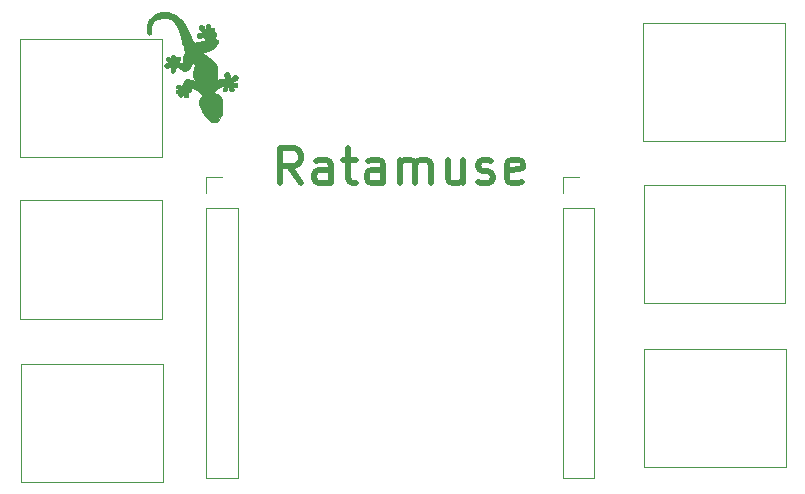
<source format=gbr>
%TF.GenerationSoftware,KiCad,Pcbnew,7.0.2*%
%TF.CreationDate,2024-03-21T19:14:15+01:00*%
%TF.ProjectId,Support_TTGO,53757070-6f72-4745-9f54-54474f2e6b69,rev?*%
%TF.SameCoordinates,Original*%
%TF.FileFunction,Legend,Top*%
%TF.FilePolarity,Positive*%
%FSLAX46Y46*%
G04 Gerber Fmt 4.6, Leading zero omitted, Abs format (unit mm)*
G04 Created by KiCad (PCBNEW 7.0.2) date 2024-03-21 19:14:15*
%MOMM*%
%LPD*%
G01*
G04 APERTURE LIST*
%ADD10C,0.500000*%
%ADD11C,0.010000*%
%ADD12C,0.100000*%
%ADD13C,0.120000*%
G04 APERTURE END LIST*
D10*
X131968571Y-82692857D02*
X130968571Y-81264285D01*
X130254285Y-82692857D02*
X130254285Y-79692857D01*
X130254285Y-79692857D02*
X131397142Y-79692857D01*
X131397142Y-79692857D02*
X131682857Y-79835714D01*
X131682857Y-79835714D02*
X131825714Y-79978571D01*
X131825714Y-79978571D02*
X131968571Y-80264285D01*
X131968571Y-80264285D02*
X131968571Y-80692857D01*
X131968571Y-80692857D02*
X131825714Y-80978571D01*
X131825714Y-80978571D02*
X131682857Y-81121428D01*
X131682857Y-81121428D02*
X131397142Y-81264285D01*
X131397142Y-81264285D02*
X130254285Y-81264285D01*
X134540000Y-82692857D02*
X134540000Y-81121428D01*
X134540000Y-81121428D02*
X134397142Y-80835714D01*
X134397142Y-80835714D02*
X134111428Y-80692857D01*
X134111428Y-80692857D02*
X133540000Y-80692857D01*
X133540000Y-80692857D02*
X133254285Y-80835714D01*
X134540000Y-82550000D02*
X134254285Y-82692857D01*
X134254285Y-82692857D02*
X133540000Y-82692857D01*
X133540000Y-82692857D02*
X133254285Y-82550000D01*
X133254285Y-82550000D02*
X133111428Y-82264285D01*
X133111428Y-82264285D02*
X133111428Y-81978571D01*
X133111428Y-81978571D02*
X133254285Y-81692857D01*
X133254285Y-81692857D02*
X133540000Y-81550000D01*
X133540000Y-81550000D02*
X134254285Y-81550000D01*
X134254285Y-81550000D02*
X134540000Y-81407142D01*
X135540000Y-80692857D02*
X136682857Y-80692857D01*
X135968571Y-79692857D02*
X135968571Y-82264285D01*
X135968571Y-82264285D02*
X136111428Y-82550000D01*
X136111428Y-82550000D02*
X136397143Y-82692857D01*
X136397143Y-82692857D02*
X136682857Y-82692857D01*
X138968572Y-82692857D02*
X138968572Y-81121428D01*
X138968572Y-81121428D02*
X138825714Y-80835714D01*
X138825714Y-80835714D02*
X138540000Y-80692857D01*
X138540000Y-80692857D02*
X137968572Y-80692857D01*
X137968572Y-80692857D02*
X137682857Y-80835714D01*
X138968572Y-82550000D02*
X138682857Y-82692857D01*
X138682857Y-82692857D02*
X137968572Y-82692857D01*
X137968572Y-82692857D02*
X137682857Y-82550000D01*
X137682857Y-82550000D02*
X137540000Y-82264285D01*
X137540000Y-82264285D02*
X137540000Y-81978571D01*
X137540000Y-81978571D02*
X137682857Y-81692857D01*
X137682857Y-81692857D02*
X137968572Y-81550000D01*
X137968572Y-81550000D02*
X138682857Y-81550000D01*
X138682857Y-81550000D02*
X138968572Y-81407142D01*
X140397143Y-82692857D02*
X140397143Y-80692857D01*
X140397143Y-80978571D02*
X140540000Y-80835714D01*
X140540000Y-80835714D02*
X140825715Y-80692857D01*
X140825715Y-80692857D02*
X141254286Y-80692857D01*
X141254286Y-80692857D02*
X141540000Y-80835714D01*
X141540000Y-80835714D02*
X141682858Y-81121428D01*
X141682858Y-81121428D02*
X141682858Y-82692857D01*
X141682858Y-81121428D02*
X141825715Y-80835714D01*
X141825715Y-80835714D02*
X142111429Y-80692857D01*
X142111429Y-80692857D02*
X142540000Y-80692857D01*
X142540000Y-80692857D02*
X142825715Y-80835714D01*
X142825715Y-80835714D02*
X142968572Y-81121428D01*
X142968572Y-81121428D02*
X142968572Y-82692857D01*
X145682858Y-80692857D02*
X145682858Y-82692857D01*
X144397143Y-80692857D02*
X144397143Y-82264285D01*
X144397143Y-82264285D02*
X144540000Y-82550000D01*
X144540000Y-82550000D02*
X144825715Y-82692857D01*
X144825715Y-82692857D02*
X145254286Y-82692857D01*
X145254286Y-82692857D02*
X145540000Y-82550000D01*
X145540000Y-82550000D02*
X145682858Y-82407142D01*
X146968572Y-82550000D02*
X147254286Y-82692857D01*
X147254286Y-82692857D02*
X147825715Y-82692857D01*
X147825715Y-82692857D02*
X148111429Y-82550000D01*
X148111429Y-82550000D02*
X148254286Y-82264285D01*
X148254286Y-82264285D02*
X148254286Y-82121428D01*
X148254286Y-82121428D02*
X148111429Y-81835714D01*
X148111429Y-81835714D02*
X147825715Y-81692857D01*
X147825715Y-81692857D02*
X147397144Y-81692857D01*
X147397144Y-81692857D02*
X147111429Y-81550000D01*
X147111429Y-81550000D02*
X146968572Y-81264285D01*
X146968572Y-81264285D02*
X146968572Y-81121428D01*
X146968572Y-81121428D02*
X147111429Y-80835714D01*
X147111429Y-80835714D02*
X147397144Y-80692857D01*
X147397144Y-80692857D02*
X147825715Y-80692857D01*
X147825715Y-80692857D02*
X148111429Y-80835714D01*
X150682857Y-82550000D02*
X150397143Y-82692857D01*
X150397143Y-82692857D02*
X149825715Y-82692857D01*
X149825715Y-82692857D02*
X149540000Y-82550000D01*
X149540000Y-82550000D02*
X149397143Y-82264285D01*
X149397143Y-82264285D02*
X149397143Y-81121428D01*
X149397143Y-81121428D02*
X149540000Y-80835714D01*
X149540000Y-80835714D02*
X149825715Y-80692857D01*
X149825715Y-80692857D02*
X150397143Y-80692857D01*
X150397143Y-80692857D02*
X150682857Y-80835714D01*
X150682857Y-80835714D02*
X150825715Y-81121428D01*
X150825715Y-81121428D02*
X150825715Y-81407142D01*
X150825715Y-81407142D02*
X149397143Y-81692857D01*
%TO.C,G\u002A\u002A\u002A*%
D11*
X120475534Y-68205802D02*
X120587353Y-68206494D01*
X120672578Y-68208291D01*
X120738481Y-68211945D01*
X120792332Y-68218211D01*
X120841403Y-68227842D01*
X120892965Y-68241594D01*
X120931047Y-68253033D01*
X121173861Y-68343451D01*
X121398314Y-68460593D01*
X121608041Y-68606620D01*
X121780961Y-68758463D01*
X121919956Y-68901346D01*
X122031161Y-69034945D01*
X122117814Y-69163544D01*
X122181929Y-69288600D01*
X122212268Y-69356412D01*
X122252522Y-69443854D01*
X122297682Y-69540156D01*
X122342734Y-69634548D01*
X122347394Y-69644200D01*
X122390359Y-69733508D01*
X122432425Y-69821720D01*
X122469220Y-69899622D01*
X122496373Y-69957996D01*
X122499997Y-69965933D01*
X122579523Y-70140149D01*
X122647046Y-70286167D01*
X122704033Y-70406856D01*
X122751955Y-70505091D01*
X122792279Y-70583743D01*
X122826474Y-70645684D01*
X122856010Y-70693786D01*
X122882355Y-70730922D01*
X122904990Y-70757818D01*
X122981667Y-70841162D01*
X123049400Y-70815558D01*
X123157197Y-70777595D01*
X123276521Y-70740188D01*
X123397886Y-70705934D01*
X123511808Y-70677434D01*
X123608801Y-70657285D01*
X123650776Y-70650794D01*
X123748350Y-70638269D01*
X123817230Y-70628750D01*
X123862349Y-70621236D01*
X123888642Y-70614725D01*
X123901043Y-70608217D01*
X123904485Y-70600707D01*
X123904534Y-70599274D01*
X123895186Y-70576742D01*
X123870432Y-70535423D01*
X123835207Y-70482219D01*
X123794446Y-70424034D01*
X123753084Y-70367772D01*
X123716056Y-70320335D01*
X123688296Y-70288628D01*
X123675726Y-70279199D01*
X123654315Y-70291697D01*
X123625067Y-70322633D01*
X123618194Y-70331556D01*
X123555380Y-70388957D01*
X123471796Y-70423008D01*
X123395086Y-70431600D01*
X123347187Y-70427170D01*
X123308459Y-70409418D01*
X123264888Y-70371644D01*
X123260480Y-70367263D01*
X123204374Y-70291805D01*
X123179870Y-70207403D01*
X123185893Y-70110216D01*
X123186971Y-70104981D01*
X123212915Y-70038961D01*
X123260190Y-69993285D01*
X123331762Y-69966186D01*
X123430593Y-69955895D01*
X123437138Y-69955778D01*
X123504103Y-69953289D01*
X123562842Y-69948409D01*
X123599734Y-69942384D01*
X123636766Y-69920549D01*
X123647083Y-69886792D01*
X123633240Y-69846226D01*
X123597791Y-69803964D01*
X123543292Y-69765119D01*
X123501099Y-69745010D01*
X123440389Y-69705990D01*
X123387909Y-69646436D01*
X123353084Y-69578562D01*
X123344922Y-69542600D01*
X123351339Y-69466193D01*
X123382606Y-69395238D01*
X123416949Y-69356001D01*
X123479268Y-69323611D01*
X123556080Y-69312578D01*
X123635331Y-69323228D01*
X123693900Y-69348505D01*
X123738842Y-69389398D01*
X123780027Y-69448499D01*
X123809618Y-69512409D01*
X123819867Y-69563919D01*
X123834929Y-69602956D01*
X123872716Y-69635136D01*
X123922128Y-69651891D01*
X123934843Y-69652666D01*
X123963778Y-69646391D01*
X123966223Y-69623996D01*
X123965949Y-69623033D01*
X123940149Y-69523201D01*
X123928889Y-69446483D01*
X123932231Y-69385375D01*
X123950235Y-69332376D01*
X123968536Y-69300682D01*
X124020294Y-69249615D01*
X124086533Y-69223193D01*
X124157959Y-69221944D01*
X124225278Y-69246394D01*
X124268965Y-69283655D01*
X124300351Y-69335810D01*
X124310816Y-69399580D01*
X124310934Y-69409273D01*
X124305059Y-69466234D01*
X124289969Y-69520963D01*
X124269468Y-69563602D01*
X124247359Y-69584295D01*
X124243156Y-69584933D01*
X124223169Y-69597691D01*
X124200054Y-69626131D01*
X124182749Y-69664698D01*
X124190191Y-69699247D01*
X124191793Y-69702331D01*
X124213943Y-69731427D01*
X124235546Y-69730679D01*
X124259316Y-69698803D01*
X124276599Y-69662224D01*
X124321859Y-69588254D01*
X124381975Y-69544355D01*
X124458335Y-69529522D01*
X124460261Y-69529515D01*
X124543428Y-69543072D01*
X124607221Y-69580588D01*
X124648005Y-69637326D01*
X124662145Y-69708550D01*
X124650411Y-69777210D01*
X124614630Y-69840885D01*
X124552807Y-69889319D01*
X124463334Y-69924542D01*
X124403126Y-69944104D01*
X124371172Y-69961745D01*
X124362281Y-69980885D01*
X124364082Y-69989912D01*
X124381656Y-69993995D01*
X124422112Y-69979781D01*
X124449878Y-69965994D01*
X124543804Y-69930854D01*
X124616652Y-69923600D01*
X124673355Y-69926675D01*
X124712605Y-69940194D01*
X124750579Y-69970591D01*
X124761360Y-69981173D01*
X124799667Y-70026440D01*
X124816314Y-70069564D01*
X124818934Y-70105889D01*
X124803840Y-70180621D01*
X124762218Y-70239884D01*
X124699552Y-70279252D01*
X124621330Y-70294301D01*
X124587489Y-70292587D01*
X124549838Y-70289540D01*
X124541981Y-70293732D01*
X124555277Y-70303390D01*
X124580495Y-70320262D01*
X124626295Y-70352665D01*
X124686103Y-70395894D01*
X124751409Y-70443812D01*
X124833273Y-70506869D01*
X124890242Y-70558484D01*
X124926532Y-70604521D01*
X124946358Y-70650844D01*
X124953938Y-70703314D01*
X124954484Y-70726226D01*
X124938663Y-70821624D01*
X124892724Y-70922521D01*
X124819393Y-71026157D01*
X124721399Y-71129772D01*
X124601466Y-71230607D01*
X124462322Y-71325902D01*
X124306694Y-71412898D01*
X124247961Y-71441280D01*
X124171842Y-71474948D01*
X124099421Y-71504084D01*
X124040794Y-71524766D01*
X124014990Y-71531794D01*
X123944456Y-71547561D01*
X123868246Y-71566634D01*
X123794171Y-71586799D01*
X123730039Y-71605847D01*
X123683662Y-71621565D01*
X123663151Y-71631409D01*
X123661936Y-71649034D01*
X123683893Y-71677777D01*
X123730258Y-71718605D01*
X123802265Y-71772486D01*
X123901153Y-71840387D01*
X124028156Y-71923275D01*
X124071399Y-71950874D01*
X124232992Y-72056515D01*
X124367419Y-72151500D01*
X124478326Y-72239229D01*
X124569358Y-72323106D01*
X124644162Y-72406530D01*
X124706381Y-72492904D01*
X124759663Y-72585629D01*
X124766843Y-72599763D01*
X124807803Y-72689239D01*
X124844894Y-72783976D01*
X124872663Y-72869587D01*
X124879982Y-72898239D01*
X124896956Y-73003042D01*
X124907214Y-73133252D01*
X124910718Y-73281078D01*
X124907430Y-73438726D01*
X124897315Y-73598403D01*
X124883931Y-73725133D01*
X124872768Y-73815910D01*
X124866351Y-73879260D01*
X124864648Y-73921282D01*
X124867626Y-73948078D01*
X124875254Y-73965748D01*
X124882610Y-73975139D01*
X124912214Y-73994480D01*
X124950059Y-73990928D01*
X125000966Y-73963145D01*
X125044973Y-73930159D01*
X125075899Y-73906398D01*
X125102771Y-73891344D01*
X125134132Y-73883267D01*
X125178525Y-73880437D01*
X125244492Y-73881123D01*
X125282285Y-73882085D01*
X125453934Y-73886638D01*
X125598168Y-73759000D01*
X125547218Y-73684485D01*
X125507437Y-73602427D01*
X125495951Y-73520415D01*
X125509852Y-73443832D01*
X125546232Y-73378063D01*
X125602184Y-73328492D01*
X125674801Y-73300503D01*
X125755559Y-73298668D01*
X125810285Y-73314459D01*
X125857159Y-73341409D01*
X125861445Y-73345177D01*
X125901841Y-73401567D01*
X125932282Y-73480331D01*
X125949461Y-73570639D01*
X125951601Y-73640632D01*
X125953318Y-73709246D01*
X125969187Y-73752872D01*
X126003666Y-73778972D01*
X126041330Y-73790826D01*
X126067026Y-73793415D01*
X126090318Y-73784179D01*
X126118083Y-73758062D01*
X126157200Y-73710006D01*
X126164999Y-73699907D01*
X126206755Y-73648456D01*
X126244240Y-73607161D01*
X126270017Y-73584152D01*
X126271870Y-73583059D01*
X126313426Y-73570462D01*
X126374517Y-73562581D01*
X126440951Y-73561055D01*
X126455935Y-73561805D01*
X126504885Y-73579257D01*
X126554926Y-73619255D01*
X126596161Y-73672307D01*
X126615232Y-73714544D01*
X126624673Y-73758011D01*
X126621012Y-73796460D01*
X126602231Y-73845375D01*
X126596616Y-73857492D01*
X126554073Y-73928472D01*
X126500504Y-73976502D01*
X126428484Y-74006346D01*
X126340758Y-74021705D01*
X126251455Y-74037345D01*
X126194492Y-74061309D01*
X126169294Y-74093965D01*
X126172319Y-74128561D01*
X126199892Y-74162456D01*
X126252501Y-74179071D01*
X126332421Y-74179054D01*
X126345840Y-74177769D01*
X126408890Y-74176864D01*
X126460264Y-74192749D01*
X126485754Y-74207045D01*
X126537554Y-74245571D01*
X126566553Y-74288141D01*
X126578549Y-74346004D01*
X126580000Y-74389935D01*
X126568401Y-74465565D01*
X126531526Y-74520068D01*
X126466257Y-74557909D01*
X126461467Y-74559711D01*
X126383164Y-74572535D01*
X126306303Y-74552362D01*
X126229754Y-74498822D01*
X126206926Y-74476455D01*
X126151196Y-74422926D01*
X126113425Y-74397514D01*
X126093084Y-74399958D01*
X126088934Y-74418316D01*
X126102555Y-74440805D01*
X126136823Y-74468674D01*
X126154109Y-74479263D01*
X126220716Y-74535758D01*
X126255709Y-74590866D01*
X126286600Y-74680631D01*
X126286699Y-74758322D01*
X126256223Y-74822792D01*
X126203656Y-74868062D01*
X126128816Y-74896990D01*
X126055729Y-74895069D01*
X125988490Y-74865235D01*
X125931195Y-74810422D01*
X125887939Y-74733568D01*
X125862819Y-74637608D01*
X125860934Y-74622372D01*
X125853164Y-74560531D01*
X125843167Y-74526875D01*
X125825925Y-74515841D01*
X125796419Y-74521863D01*
X125776770Y-74529047D01*
X125753812Y-74540194D01*
X125740788Y-74557404D01*
X125734904Y-74589244D01*
X125733367Y-74644280D01*
X125733334Y-74662230D01*
X125726534Y-74751368D01*
X125703592Y-74816379D01*
X125660691Y-74864679D01*
X125614146Y-74893871D01*
X125539569Y-74916389D01*
X125469793Y-74905977D01*
X125407877Y-74863526D01*
X125376825Y-74824658D01*
X125347207Y-74750900D01*
X125347197Y-74670502D01*
X125375461Y-74590594D01*
X125430667Y-74518303D01*
X125434870Y-74514305D01*
X125462939Y-74479404D01*
X125463738Y-74455699D01*
X125442025Y-74443370D01*
X125402556Y-74442598D01*
X125350085Y-74453563D01*
X125289370Y-74476445D01*
X125232804Y-74506640D01*
X125167644Y-74546460D01*
X125089187Y-74594071D01*
X125013213Y-74639900D01*
X125005200Y-74644712D01*
X124896879Y-74710555D01*
X124814241Y-74762918D01*
X124753290Y-74804628D01*
X124710030Y-74838515D01*
X124680464Y-74867406D01*
X124667498Y-74883712D01*
X124640982Y-74925977D01*
X124636258Y-74957413D01*
X124654144Y-74991452D01*
X124675696Y-75018271D01*
X124727880Y-75060947D01*
X124812972Y-75104431D01*
X124857729Y-75122589D01*
X124966538Y-75172417D01*
X125054816Y-75233114D01*
X125127019Y-75309874D01*
X125187604Y-75407891D01*
X125241025Y-75532360D01*
X125262688Y-75594657D01*
X125309861Y-75784117D01*
X125334646Y-75997793D01*
X125336986Y-76234438D01*
X125316821Y-76492803D01*
X125308145Y-76561466D01*
X125260424Y-76796020D01*
X125181680Y-77031181D01*
X125074080Y-77260828D01*
X125037456Y-77326088D01*
X124997244Y-77389904D01*
X124960755Y-77432569D01*
X124918243Y-77464000D01*
X124883537Y-77482721D01*
X124833330Y-77505092D01*
X124785655Y-77518421D01*
X124728662Y-77524885D01*
X124650505Y-77526661D01*
X124644413Y-77526666D01*
X124567909Y-77525513D01*
X124513045Y-77520302D01*
X124467628Y-77508404D01*
X124419460Y-77487191D01*
X124389504Y-77471726D01*
X124318825Y-77425867D01*
X124234050Y-77357030D01*
X124140270Y-77270149D01*
X124042576Y-77170152D01*
X123946058Y-77061972D01*
X123868826Y-76967372D01*
X123715922Y-76757221D01*
X123588626Y-76552151D01*
X123487727Y-76354066D01*
X123414017Y-76164865D01*
X123368286Y-75986450D01*
X123351324Y-75820723D01*
X123354924Y-75731733D01*
X123370731Y-75635504D01*
X123400344Y-75553938D01*
X123448751Y-75477510D01*
X123520938Y-75396694D01*
X123540329Y-75377551D01*
X123589198Y-75327724D01*
X123626952Y-75284697D01*
X123648000Y-75255055D01*
X123650534Y-75247734D01*
X123636645Y-75214605D01*
X123595791Y-75163979D01*
X123529190Y-75097137D01*
X123438059Y-75015360D01*
X123394559Y-74978374D01*
X123326599Y-74923160D01*
X123255243Y-74868214D01*
X123186248Y-74817627D01*
X123125367Y-74775489D01*
X123078357Y-74745892D01*
X123050973Y-74732924D01*
X123048840Y-74732666D01*
X123031319Y-74726091D01*
X122988346Y-74707929D01*
X122925338Y-74680527D01*
X122847713Y-74646231D01*
X122794764Y-74622600D01*
X122679157Y-74572547D01*
X122588865Y-74538102D01*
X122519546Y-74518516D01*
X122466862Y-74513040D01*
X122426470Y-74520926D01*
X122394030Y-74541426D01*
X122383517Y-74551691D01*
X122346729Y-74590849D01*
X122456941Y-74590850D01*
X122545741Y-74598286D01*
X122609440Y-74622943D01*
X122653911Y-74668339D01*
X122680657Y-74724948D01*
X122695116Y-74786540D01*
X122689031Y-74843467D01*
X122686491Y-74852644D01*
X122658209Y-74907192D01*
X122610270Y-74939947D01*
X122540350Y-74951552D01*
X122446125Y-74942652D01*
X122397502Y-74932668D01*
X122344370Y-74922122D01*
X122314241Y-74922019D01*
X122297780Y-74932742D01*
X122294869Y-74936901D01*
X122279719Y-74983089D01*
X122294103Y-75020364D01*
X122319641Y-75036848D01*
X122381244Y-75073402D01*
X122417590Y-75128674D01*
X122431121Y-75206671D01*
X122431334Y-75220152D01*
X122428737Y-75277636D01*
X122417041Y-75316588D01*
X122390390Y-75352188D01*
X122373761Y-75369359D01*
X122323951Y-75409989D01*
X122276445Y-75425972D01*
X122259461Y-75426870D01*
X122183471Y-75411112D01*
X122118842Y-75367993D01*
X122070894Y-75303473D01*
X122044949Y-75223515D01*
X122041867Y-75183074D01*
X122038754Y-75143157D01*
X122031074Y-75122627D01*
X122029167Y-75121902D01*
X122004197Y-75117723D01*
X121978367Y-75111460D01*
X121956735Y-75107961D01*
X121945362Y-75117243D01*
X121940967Y-75146580D01*
X121940267Y-75195968D01*
X121934482Y-75262831D01*
X121913152Y-75306610D01*
X121870316Y-75333738D01*
X121800010Y-75350644D01*
X121796334Y-75351231D01*
X121741715Y-75353889D01*
X121695440Y-75338034D01*
X121669334Y-75321883D01*
X121633193Y-75293701D01*
X121614602Y-75263882D01*
X121606652Y-75218846D01*
X121605017Y-75195482D01*
X121600529Y-75144209D01*
X121590927Y-75117013D01*
X121570328Y-75104115D01*
X121546635Y-75098440D01*
X121478422Y-75078357D01*
X121437839Y-75047029D01*
X121418911Y-74997429D01*
X121415334Y-74943942D01*
X121419484Y-74878946D01*
X121433699Y-74836853D01*
X121448101Y-74818432D01*
X121486814Y-74792712D01*
X121543000Y-74768830D01*
X121600537Y-74752898D01*
X121629422Y-74749694D01*
X121651503Y-74735973D01*
X121659055Y-74722815D01*
X121668545Y-74691548D01*
X121661327Y-74685824D01*
X121651302Y-74691012D01*
X121614574Y-74697189D01*
X121563452Y-74687023D01*
X121510797Y-74664275D01*
X121476663Y-74639961D01*
X121448131Y-74606401D01*
X121435059Y-74566487D01*
X121432267Y-74515217D01*
X121442460Y-74437941D01*
X121472246Y-74385919D01*
X121520433Y-74360978D01*
X121533867Y-74359273D01*
X121613417Y-74357624D01*
X121671128Y-74367299D01*
X121717903Y-74390964D01*
X121742119Y-74410206D01*
X121799150Y-74460280D01*
X121873942Y-74423851D01*
X121915693Y-74402832D01*
X121944155Y-74383680D01*
X121965165Y-74358693D01*
X121984562Y-74320168D01*
X122008184Y-74260402D01*
X122018495Y-74233133D01*
X122069362Y-74107982D01*
X122116901Y-74012308D01*
X122163505Y-73942208D01*
X122211565Y-73893777D01*
X122237269Y-73876246D01*
X122308383Y-73834570D01*
X122484158Y-73894564D01*
X122556522Y-73917079D01*
X122642374Y-73940408D01*
X122734966Y-73963109D01*
X122827546Y-73983740D01*
X122913365Y-74000860D01*
X122985671Y-74013027D01*
X123037715Y-74018800D01*
X123060739Y-74017687D01*
X123060619Y-74002549D01*
X123042892Y-73968855D01*
X123014657Y-73928334D01*
X122935699Y-73797261D01*
X122884914Y-73648812D01*
X122862637Y-73484902D01*
X122869205Y-73307444D01*
X122886519Y-73198284D01*
X122901324Y-73128540D01*
X122915028Y-73070839D01*
X122925540Y-73033704D01*
X122928900Y-73025583D01*
X122937290Y-73001684D01*
X122950204Y-72953144D01*
X122965444Y-72888516D01*
X122972870Y-72854614D01*
X122988023Y-72780166D01*
X122995530Y-72728709D01*
X122995680Y-72690310D01*
X122988763Y-72655036D01*
X122979542Y-72625918D01*
X122956126Y-72578726D01*
X122919623Y-72527226D01*
X122877439Y-72479708D01*
X122836978Y-72444463D01*
X122805645Y-72429779D01*
X122804303Y-72429733D01*
X122788407Y-72444112D01*
X122774718Y-72476300D01*
X122762225Y-72508384D01*
X122737350Y-72563285D01*
X122703466Y-72633842D01*
X122663946Y-72712894D01*
X122655607Y-72729201D01*
X122577011Y-72871475D01*
X122501831Y-72983031D01*
X122426922Y-73066378D01*
X122349137Y-73124024D01*
X122265331Y-73158476D01*
X122172358Y-73172242D01*
X122101403Y-73171005D01*
X122052499Y-73165010D01*
X122004694Y-73152535D01*
X121952810Y-73130938D01*
X121891668Y-73097574D01*
X121816089Y-73049802D01*
X121720895Y-72984978D01*
X121677800Y-72954833D01*
X121619566Y-72916462D01*
X121568254Y-72887227D01*
X121532544Y-72871924D01*
X121525728Y-72870752D01*
X121491925Y-72876630D01*
X121440670Y-72892554D01*
X121402430Y-72907202D01*
X121350270Y-72931512D01*
X121325885Y-72951013D01*
X121324354Y-72969729D01*
X121324782Y-72970702D01*
X121339676Y-73027084D01*
X121344264Y-73098525D01*
X121338687Y-73169348D01*
X121323083Y-73223875D01*
X121322529Y-73224965D01*
X121279270Y-73276762D01*
X121218292Y-73310020D01*
X121148268Y-73324335D01*
X121077868Y-73319303D01*
X121015763Y-73294523D01*
X120970625Y-73249590D01*
X120966086Y-73241538D01*
X120945726Y-73171220D01*
X120944046Y-73080045D01*
X120961069Y-72975418D01*
X120965264Y-72958919D01*
X120978103Y-72907209D01*
X120980205Y-72876910D01*
X120969791Y-72856774D01*
X120945846Y-72836152D01*
X120910978Y-72812530D01*
X120886261Y-72802279D01*
X120885777Y-72802266D01*
X120865031Y-72812968D01*
X120828803Y-72840676D01*
X120795306Y-72870000D01*
X120747276Y-72910315D01*
X120707867Y-72930764D01*
X120663950Y-72937439D01*
X120649479Y-72937670D01*
X120564616Y-72923365D01*
X120494999Y-72884093D01*
X120445558Y-72825075D01*
X120421224Y-72751531D01*
X120421486Y-72696246D01*
X120444300Y-72623676D01*
X120491738Y-72569839D01*
X120565387Y-72533773D01*
X120666836Y-72514518D01*
X120727875Y-72510910D01*
X120784405Y-72506983D01*
X120815113Y-72497294D01*
X120827891Y-72479292D01*
X120828101Y-72478516D01*
X120824103Y-72453565D01*
X120792013Y-72438927D01*
X120789056Y-72438256D01*
X120728146Y-72413098D01*
X120664229Y-72368399D01*
X120610870Y-72314149D01*
X120599824Y-72298845D01*
X120578740Y-72249383D01*
X120568876Y-72191830D01*
X120568779Y-72186760D01*
X120583955Y-72121731D01*
X120624281Y-72067708D01*
X120681597Y-72029569D01*
X120747747Y-72012191D01*
X120814572Y-72020454D01*
X120833350Y-72028567D01*
X120880843Y-72059155D01*
X120920992Y-72101208D01*
X120961729Y-72163636D01*
X120975670Y-72188433D01*
X121001284Y-72230357D01*
X121022148Y-72256299D01*
X121028985Y-72260399D01*
X121039848Y-72257553D01*
X121039039Y-72244953D01*
X121024208Y-72216506D01*
X120993003Y-72166121D01*
X120992000Y-72164539D01*
X120955677Y-72097014D01*
X120943077Y-72039974D01*
X120952657Y-71981354D01*
X120964518Y-71949506D01*
X121004409Y-71895085D01*
X121067972Y-71863852D01*
X121153445Y-71856634D01*
X121161541Y-71857145D01*
X121218133Y-71868206D01*
X121258616Y-71894901D01*
X121285969Y-71941927D01*
X121303175Y-72013984D01*
X121311712Y-72093833D01*
X121317706Y-72163333D01*
X121324364Y-72205566D01*
X121333724Y-72227103D01*
X121347819Y-72234516D01*
X121355433Y-72234999D01*
X121374024Y-72231358D01*
X121388213Y-72216268D01*
X121400855Y-72183483D01*
X121414806Y-72126757D01*
X121423405Y-72086308D01*
X121447956Y-72041007D01*
X121494984Y-72002107D01*
X121553128Y-71977388D01*
X121589444Y-71972596D01*
X121672215Y-71985943D01*
X121733604Y-72023635D01*
X121770590Y-72081779D01*
X121780150Y-72156479D01*
X121771563Y-72207261D01*
X121755899Y-72249131D01*
X121729746Y-72286903D01*
X121687119Y-72327127D01*
X121622038Y-72376355D01*
X121608100Y-72386238D01*
X121561685Y-72418944D01*
X121678074Y-72458205D01*
X121774857Y-72484778D01*
X121859123Y-72496090D01*
X121924791Y-72491751D01*
X121960420Y-72476299D01*
X121973065Y-72457782D01*
X121982717Y-72421774D01*
X121990229Y-72363191D01*
X121996454Y-72276945D01*
X121997732Y-72253805D01*
X122024953Y-72033982D01*
X122082304Y-71828078D01*
X122160982Y-71652912D01*
X122210241Y-71561890D01*
X122102460Y-71271912D01*
X122044026Y-71109765D01*
X121990872Y-70950914D01*
X121940483Y-70787043D01*
X121890348Y-70609836D01*
X121837954Y-70410978D01*
X121815305Y-70321533D01*
X121733070Y-70022166D01*
X121644493Y-69755330D01*
X121549117Y-69520203D01*
X121446486Y-69315963D01*
X121336143Y-69141789D01*
X121217633Y-68996861D01*
X121090497Y-68880356D01*
X120969247Y-68799641D01*
X120865219Y-68749165D01*
X120756503Y-68713383D01*
X120633550Y-68689829D01*
X120491645Y-68676333D01*
X120315618Y-68677741D01*
X120138483Y-68701981D01*
X119966942Y-68746918D01*
X119807699Y-68810416D01*
X119667454Y-68890339D01*
X119566643Y-68971066D01*
X119471162Y-69075091D01*
X119396976Y-69187478D01*
X119338564Y-69317646D01*
X119307131Y-69413875D01*
X119287506Y-69487416D01*
X119274860Y-69553893D01*
X119268962Y-69621138D01*
X119269585Y-69696985D01*
X119276500Y-69789267D01*
X119289477Y-69905816D01*
X119292128Y-69927460D01*
X119295981Y-69979242D01*
X119288014Y-70013519D01*
X119263302Y-70045943D01*
X119250845Y-70058693D01*
X119189889Y-70100804D01*
X119127001Y-70111465D01*
X119066881Y-70092437D01*
X119014233Y-70045482D01*
X118973758Y-69972360D01*
X118966753Y-69952303D01*
X118955868Y-69900195D01*
X118946576Y-69822415D01*
X118939178Y-69727129D01*
X118933975Y-69622507D01*
X118931271Y-69516717D01*
X118931365Y-69417927D01*
X118934562Y-69334307D01*
X118941161Y-69274024D01*
X118941605Y-69271666D01*
X118963183Y-69190696D01*
X118997371Y-69094971D01*
X119038578Y-68998297D01*
X119081210Y-68914478D01*
X119096833Y-68888537D01*
X119141480Y-68829595D01*
X119206440Y-68757456D01*
X119284673Y-68678885D01*
X119369134Y-68600647D01*
X119452780Y-68529509D01*
X119528570Y-68472235D01*
X119534300Y-68468307D01*
X119711313Y-68365227D01*
X119906908Y-68281974D01*
X120027932Y-68243886D01*
X120084787Y-68229403D01*
X120137766Y-68219004D01*
X120194213Y-68212064D01*
X120261470Y-68207960D01*
X120346881Y-68206065D01*
X120457789Y-68205755D01*
X120475534Y-68205802D01*
G36*
X120475534Y-68205802D02*
G01*
X120587353Y-68206494D01*
X120672578Y-68208291D01*
X120738481Y-68211945D01*
X120792332Y-68218211D01*
X120841403Y-68227842D01*
X120892965Y-68241594D01*
X120931047Y-68253033D01*
X121173861Y-68343451D01*
X121398314Y-68460593D01*
X121608041Y-68606620D01*
X121780961Y-68758463D01*
X121919956Y-68901346D01*
X122031161Y-69034945D01*
X122117814Y-69163544D01*
X122181929Y-69288600D01*
X122212268Y-69356412D01*
X122252522Y-69443854D01*
X122297682Y-69540156D01*
X122342734Y-69634548D01*
X122347394Y-69644200D01*
X122390359Y-69733508D01*
X122432425Y-69821720D01*
X122469220Y-69899622D01*
X122496373Y-69957996D01*
X122499997Y-69965933D01*
X122579523Y-70140149D01*
X122647046Y-70286167D01*
X122704033Y-70406856D01*
X122751955Y-70505091D01*
X122792279Y-70583743D01*
X122826474Y-70645684D01*
X122856010Y-70693786D01*
X122882355Y-70730922D01*
X122904990Y-70757818D01*
X122981667Y-70841162D01*
X123049400Y-70815558D01*
X123157197Y-70777595D01*
X123276521Y-70740188D01*
X123397886Y-70705934D01*
X123511808Y-70677434D01*
X123608801Y-70657285D01*
X123650776Y-70650794D01*
X123748350Y-70638269D01*
X123817230Y-70628750D01*
X123862349Y-70621236D01*
X123888642Y-70614725D01*
X123901043Y-70608217D01*
X123904485Y-70600707D01*
X123904534Y-70599274D01*
X123895186Y-70576742D01*
X123870432Y-70535423D01*
X123835207Y-70482219D01*
X123794446Y-70424034D01*
X123753084Y-70367772D01*
X123716056Y-70320335D01*
X123688296Y-70288628D01*
X123675726Y-70279199D01*
X123654315Y-70291697D01*
X123625067Y-70322633D01*
X123618194Y-70331556D01*
X123555380Y-70388957D01*
X123471796Y-70423008D01*
X123395086Y-70431600D01*
X123347187Y-70427170D01*
X123308459Y-70409418D01*
X123264888Y-70371644D01*
X123260480Y-70367263D01*
X123204374Y-70291805D01*
X123179870Y-70207403D01*
X123185893Y-70110216D01*
X123186971Y-70104981D01*
X123212915Y-70038961D01*
X123260190Y-69993285D01*
X123331762Y-69966186D01*
X123430593Y-69955895D01*
X123437138Y-69955778D01*
X123504103Y-69953289D01*
X123562842Y-69948409D01*
X123599734Y-69942384D01*
X123636766Y-69920549D01*
X123647083Y-69886792D01*
X123633240Y-69846226D01*
X123597791Y-69803964D01*
X123543292Y-69765119D01*
X123501099Y-69745010D01*
X123440389Y-69705990D01*
X123387909Y-69646436D01*
X123353084Y-69578562D01*
X123344922Y-69542600D01*
X123351339Y-69466193D01*
X123382606Y-69395238D01*
X123416949Y-69356001D01*
X123479268Y-69323611D01*
X123556080Y-69312578D01*
X123635331Y-69323228D01*
X123693900Y-69348505D01*
X123738842Y-69389398D01*
X123780027Y-69448499D01*
X123809618Y-69512409D01*
X123819867Y-69563919D01*
X123834929Y-69602956D01*
X123872716Y-69635136D01*
X123922128Y-69651891D01*
X123934843Y-69652666D01*
X123963778Y-69646391D01*
X123966223Y-69623996D01*
X123965949Y-69623033D01*
X123940149Y-69523201D01*
X123928889Y-69446483D01*
X123932231Y-69385375D01*
X123950235Y-69332376D01*
X123968536Y-69300682D01*
X124020294Y-69249615D01*
X124086533Y-69223193D01*
X124157959Y-69221944D01*
X124225278Y-69246394D01*
X124268965Y-69283655D01*
X124300351Y-69335810D01*
X124310816Y-69399580D01*
X124310934Y-69409273D01*
X124305059Y-69466234D01*
X124289969Y-69520963D01*
X124269468Y-69563602D01*
X124247359Y-69584295D01*
X124243156Y-69584933D01*
X124223169Y-69597691D01*
X124200054Y-69626131D01*
X124182749Y-69664698D01*
X124190191Y-69699247D01*
X124191793Y-69702331D01*
X124213943Y-69731427D01*
X124235546Y-69730679D01*
X124259316Y-69698803D01*
X124276599Y-69662224D01*
X124321859Y-69588254D01*
X124381975Y-69544355D01*
X124458335Y-69529522D01*
X124460261Y-69529515D01*
X124543428Y-69543072D01*
X124607221Y-69580588D01*
X124648005Y-69637326D01*
X124662145Y-69708550D01*
X124650411Y-69777210D01*
X124614630Y-69840885D01*
X124552807Y-69889319D01*
X124463334Y-69924542D01*
X124403126Y-69944104D01*
X124371172Y-69961745D01*
X124362281Y-69980885D01*
X124364082Y-69989912D01*
X124381656Y-69993995D01*
X124422112Y-69979781D01*
X124449878Y-69965994D01*
X124543804Y-69930854D01*
X124616652Y-69923600D01*
X124673355Y-69926675D01*
X124712605Y-69940194D01*
X124750579Y-69970591D01*
X124761360Y-69981173D01*
X124799667Y-70026440D01*
X124816314Y-70069564D01*
X124818934Y-70105889D01*
X124803840Y-70180621D01*
X124762218Y-70239884D01*
X124699552Y-70279252D01*
X124621330Y-70294301D01*
X124587489Y-70292587D01*
X124549838Y-70289540D01*
X124541981Y-70293732D01*
X124555277Y-70303390D01*
X124580495Y-70320262D01*
X124626295Y-70352665D01*
X124686103Y-70395894D01*
X124751409Y-70443812D01*
X124833273Y-70506869D01*
X124890242Y-70558484D01*
X124926532Y-70604521D01*
X124946358Y-70650844D01*
X124953938Y-70703314D01*
X124954484Y-70726226D01*
X124938663Y-70821624D01*
X124892724Y-70922521D01*
X124819393Y-71026157D01*
X124721399Y-71129772D01*
X124601466Y-71230607D01*
X124462322Y-71325902D01*
X124306694Y-71412898D01*
X124247961Y-71441280D01*
X124171842Y-71474948D01*
X124099421Y-71504084D01*
X124040794Y-71524766D01*
X124014990Y-71531794D01*
X123944456Y-71547561D01*
X123868246Y-71566634D01*
X123794171Y-71586799D01*
X123730039Y-71605847D01*
X123683662Y-71621565D01*
X123663151Y-71631409D01*
X123661936Y-71649034D01*
X123683893Y-71677777D01*
X123730258Y-71718605D01*
X123802265Y-71772486D01*
X123901153Y-71840387D01*
X124028156Y-71923275D01*
X124071399Y-71950874D01*
X124232992Y-72056515D01*
X124367419Y-72151500D01*
X124478326Y-72239229D01*
X124569358Y-72323106D01*
X124644162Y-72406530D01*
X124706381Y-72492904D01*
X124759663Y-72585629D01*
X124766843Y-72599763D01*
X124807803Y-72689239D01*
X124844894Y-72783976D01*
X124872663Y-72869587D01*
X124879982Y-72898239D01*
X124896956Y-73003042D01*
X124907214Y-73133252D01*
X124910718Y-73281078D01*
X124907430Y-73438726D01*
X124897315Y-73598403D01*
X124883931Y-73725133D01*
X124872768Y-73815910D01*
X124866351Y-73879260D01*
X124864648Y-73921282D01*
X124867626Y-73948078D01*
X124875254Y-73965748D01*
X124882610Y-73975139D01*
X124912214Y-73994480D01*
X124950059Y-73990928D01*
X125000966Y-73963145D01*
X125044973Y-73930159D01*
X125075899Y-73906398D01*
X125102771Y-73891344D01*
X125134132Y-73883267D01*
X125178525Y-73880437D01*
X125244492Y-73881123D01*
X125282285Y-73882085D01*
X125453934Y-73886638D01*
X125598168Y-73759000D01*
X125547218Y-73684485D01*
X125507437Y-73602427D01*
X125495951Y-73520415D01*
X125509852Y-73443832D01*
X125546232Y-73378063D01*
X125602184Y-73328492D01*
X125674801Y-73300503D01*
X125755559Y-73298668D01*
X125810285Y-73314459D01*
X125857159Y-73341409D01*
X125861445Y-73345177D01*
X125901841Y-73401567D01*
X125932282Y-73480331D01*
X125949461Y-73570639D01*
X125951601Y-73640632D01*
X125953318Y-73709246D01*
X125969187Y-73752872D01*
X126003666Y-73778972D01*
X126041330Y-73790826D01*
X126067026Y-73793415D01*
X126090318Y-73784179D01*
X126118083Y-73758062D01*
X126157200Y-73710006D01*
X126164999Y-73699907D01*
X126206755Y-73648456D01*
X126244240Y-73607161D01*
X126270017Y-73584152D01*
X126271870Y-73583059D01*
X126313426Y-73570462D01*
X126374517Y-73562581D01*
X126440951Y-73561055D01*
X126455935Y-73561805D01*
X126504885Y-73579257D01*
X126554926Y-73619255D01*
X126596161Y-73672307D01*
X126615232Y-73714544D01*
X126624673Y-73758011D01*
X126621012Y-73796460D01*
X126602231Y-73845375D01*
X126596616Y-73857492D01*
X126554073Y-73928472D01*
X126500504Y-73976502D01*
X126428484Y-74006346D01*
X126340758Y-74021705D01*
X126251455Y-74037345D01*
X126194492Y-74061309D01*
X126169294Y-74093965D01*
X126172319Y-74128561D01*
X126199892Y-74162456D01*
X126252501Y-74179071D01*
X126332421Y-74179054D01*
X126345840Y-74177769D01*
X126408890Y-74176864D01*
X126460264Y-74192749D01*
X126485754Y-74207045D01*
X126537554Y-74245571D01*
X126566553Y-74288141D01*
X126578549Y-74346004D01*
X126580000Y-74389935D01*
X126568401Y-74465565D01*
X126531526Y-74520068D01*
X126466257Y-74557909D01*
X126461467Y-74559711D01*
X126383164Y-74572535D01*
X126306303Y-74552362D01*
X126229754Y-74498822D01*
X126206926Y-74476455D01*
X126151196Y-74422926D01*
X126113425Y-74397514D01*
X126093084Y-74399958D01*
X126088934Y-74418316D01*
X126102555Y-74440805D01*
X126136823Y-74468674D01*
X126154109Y-74479263D01*
X126220716Y-74535758D01*
X126255709Y-74590866D01*
X126286600Y-74680631D01*
X126286699Y-74758322D01*
X126256223Y-74822792D01*
X126203656Y-74868062D01*
X126128816Y-74896990D01*
X126055729Y-74895069D01*
X125988490Y-74865235D01*
X125931195Y-74810422D01*
X125887939Y-74733568D01*
X125862819Y-74637608D01*
X125860934Y-74622372D01*
X125853164Y-74560531D01*
X125843167Y-74526875D01*
X125825925Y-74515841D01*
X125796419Y-74521863D01*
X125776770Y-74529047D01*
X125753812Y-74540194D01*
X125740788Y-74557404D01*
X125734904Y-74589244D01*
X125733367Y-74644280D01*
X125733334Y-74662230D01*
X125726534Y-74751368D01*
X125703592Y-74816379D01*
X125660691Y-74864679D01*
X125614146Y-74893871D01*
X125539569Y-74916389D01*
X125469793Y-74905977D01*
X125407877Y-74863526D01*
X125376825Y-74824658D01*
X125347207Y-74750900D01*
X125347197Y-74670502D01*
X125375461Y-74590594D01*
X125430667Y-74518303D01*
X125434870Y-74514305D01*
X125462939Y-74479404D01*
X125463738Y-74455699D01*
X125442025Y-74443370D01*
X125402556Y-74442598D01*
X125350085Y-74453563D01*
X125289370Y-74476445D01*
X125232804Y-74506640D01*
X125167644Y-74546460D01*
X125089187Y-74594071D01*
X125013213Y-74639900D01*
X125005200Y-74644712D01*
X124896879Y-74710555D01*
X124814241Y-74762918D01*
X124753290Y-74804628D01*
X124710030Y-74838515D01*
X124680464Y-74867406D01*
X124667498Y-74883712D01*
X124640982Y-74925977D01*
X124636258Y-74957413D01*
X124654144Y-74991452D01*
X124675696Y-75018271D01*
X124727880Y-75060947D01*
X124812972Y-75104431D01*
X124857729Y-75122589D01*
X124966538Y-75172417D01*
X125054816Y-75233114D01*
X125127019Y-75309874D01*
X125187604Y-75407891D01*
X125241025Y-75532360D01*
X125262688Y-75594657D01*
X125309861Y-75784117D01*
X125334646Y-75997793D01*
X125336986Y-76234438D01*
X125316821Y-76492803D01*
X125308145Y-76561466D01*
X125260424Y-76796020D01*
X125181680Y-77031181D01*
X125074080Y-77260828D01*
X125037456Y-77326088D01*
X124997244Y-77389904D01*
X124960755Y-77432569D01*
X124918243Y-77464000D01*
X124883537Y-77482721D01*
X124833330Y-77505092D01*
X124785655Y-77518421D01*
X124728662Y-77524885D01*
X124650505Y-77526661D01*
X124644413Y-77526666D01*
X124567909Y-77525513D01*
X124513045Y-77520302D01*
X124467628Y-77508404D01*
X124419460Y-77487191D01*
X124389504Y-77471726D01*
X124318825Y-77425867D01*
X124234050Y-77357030D01*
X124140270Y-77270149D01*
X124042576Y-77170152D01*
X123946058Y-77061972D01*
X123868826Y-76967372D01*
X123715922Y-76757221D01*
X123588626Y-76552151D01*
X123487727Y-76354066D01*
X123414017Y-76164865D01*
X123368286Y-75986450D01*
X123351324Y-75820723D01*
X123354924Y-75731733D01*
X123370731Y-75635504D01*
X123400344Y-75553938D01*
X123448751Y-75477510D01*
X123520938Y-75396694D01*
X123540329Y-75377551D01*
X123589198Y-75327724D01*
X123626952Y-75284697D01*
X123648000Y-75255055D01*
X123650534Y-75247734D01*
X123636645Y-75214605D01*
X123595791Y-75163979D01*
X123529190Y-75097137D01*
X123438059Y-75015360D01*
X123394559Y-74978374D01*
X123326599Y-74923160D01*
X123255243Y-74868214D01*
X123186248Y-74817627D01*
X123125367Y-74775489D01*
X123078357Y-74745892D01*
X123050973Y-74732924D01*
X123048840Y-74732666D01*
X123031319Y-74726091D01*
X122988346Y-74707929D01*
X122925338Y-74680527D01*
X122847713Y-74646231D01*
X122794764Y-74622600D01*
X122679157Y-74572547D01*
X122588865Y-74538102D01*
X122519546Y-74518516D01*
X122466862Y-74513040D01*
X122426470Y-74520926D01*
X122394030Y-74541426D01*
X122383517Y-74551691D01*
X122346729Y-74590849D01*
X122456941Y-74590850D01*
X122545741Y-74598286D01*
X122609440Y-74622943D01*
X122653911Y-74668339D01*
X122680657Y-74724948D01*
X122695116Y-74786540D01*
X122689031Y-74843467D01*
X122686491Y-74852644D01*
X122658209Y-74907192D01*
X122610270Y-74939947D01*
X122540350Y-74951552D01*
X122446125Y-74942652D01*
X122397502Y-74932668D01*
X122344370Y-74922122D01*
X122314241Y-74922019D01*
X122297780Y-74932742D01*
X122294869Y-74936901D01*
X122279719Y-74983089D01*
X122294103Y-75020364D01*
X122319641Y-75036848D01*
X122381244Y-75073402D01*
X122417590Y-75128674D01*
X122431121Y-75206671D01*
X122431334Y-75220152D01*
X122428737Y-75277636D01*
X122417041Y-75316588D01*
X122390390Y-75352188D01*
X122373761Y-75369359D01*
X122323951Y-75409989D01*
X122276445Y-75425972D01*
X122259461Y-75426870D01*
X122183471Y-75411112D01*
X122118842Y-75367993D01*
X122070894Y-75303473D01*
X122044949Y-75223515D01*
X122041867Y-75183074D01*
X122038754Y-75143157D01*
X122031074Y-75122627D01*
X122029167Y-75121902D01*
X122004197Y-75117723D01*
X121978367Y-75111460D01*
X121956735Y-75107961D01*
X121945362Y-75117243D01*
X121940967Y-75146580D01*
X121940267Y-75195968D01*
X121934482Y-75262831D01*
X121913152Y-75306610D01*
X121870316Y-75333738D01*
X121800010Y-75350644D01*
X121796334Y-75351231D01*
X121741715Y-75353889D01*
X121695440Y-75338034D01*
X121669334Y-75321883D01*
X121633193Y-75293701D01*
X121614602Y-75263882D01*
X121606652Y-75218846D01*
X121605017Y-75195482D01*
X121600529Y-75144209D01*
X121590927Y-75117013D01*
X121570328Y-75104115D01*
X121546635Y-75098440D01*
X121478422Y-75078357D01*
X121437839Y-75047029D01*
X121418911Y-74997429D01*
X121415334Y-74943942D01*
X121419484Y-74878946D01*
X121433699Y-74836853D01*
X121448101Y-74818432D01*
X121486814Y-74792712D01*
X121543000Y-74768830D01*
X121600537Y-74752898D01*
X121629422Y-74749694D01*
X121651503Y-74735973D01*
X121659055Y-74722815D01*
X121668545Y-74691548D01*
X121661327Y-74685824D01*
X121651302Y-74691012D01*
X121614574Y-74697189D01*
X121563452Y-74687023D01*
X121510797Y-74664275D01*
X121476663Y-74639961D01*
X121448131Y-74606401D01*
X121435059Y-74566487D01*
X121432267Y-74515217D01*
X121442460Y-74437941D01*
X121472246Y-74385919D01*
X121520433Y-74360978D01*
X121533867Y-74359273D01*
X121613417Y-74357624D01*
X121671128Y-74367299D01*
X121717903Y-74390964D01*
X121742119Y-74410206D01*
X121799150Y-74460280D01*
X121873942Y-74423851D01*
X121915693Y-74402832D01*
X121944155Y-74383680D01*
X121965165Y-74358693D01*
X121984562Y-74320168D01*
X122008184Y-74260402D01*
X122018495Y-74233133D01*
X122069362Y-74107982D01*
X122116901Y-74012308D01*
X122163505Y-73942208D01*
X122211565Y-73893777D01*
X122237269Y-73876246D01*
X122308383Y-73834570D01*
X122484158Y-73894564D01*
X122556522Y-73917079D01*
X122642374Y-73940408D01*
X122734966Y-73963109D01*
X122827546Y-73983740D01*
X122913365Y-74000860D01*
X122985671Y-74013027D01*
X123037715Y-74018800D01*
X123060739Y-74017687D01*
X123060619Y-74002549D01*
X123042892Y-73968855D01*
X123014657Y-73928334D01*
X122935699Y-73797261D01*
X122884914Y-73648812D01*
X122862637Y-73484902D01*
X122869205Y-73307444D01*
X122886519Y-73198284D01*
X122901324Y-73128540D01*
X122915028Y-73070839D01*
X122925540Y-73033704D01*
X122928900Y-73025583D01*
X122937290Y-73001684D01*
X122950204Y-72953144D01*
X122965444Y-72888516D01*
X122972870Y-72854614D01*
X122988023Y-72780166D01*
X122995530Y-72728709D01*
X122995680Y-72690310D01*
X122988763Y-72655036D01*
X122979542Y-72625918D01*
X122956126Y-72578726D01*
X122919623Y-72527226D01*
X122877439Y-72479708D01*
X122836978Y-72444463D01*
X122805645Y-72429779D01*
X122804303Y-72429733D01*
X122788407Y-72444112D01*
X122774718Y-72476300D01*
X122762225Y-72508384D01*
X122737350Y-72563285D01*
X122703466Y-72633842D01*
X122663946Y-72712894D01*
X122655607Y-72729201D01*
X122577011Y-72871475D01*
X122501831Y-72983031D01*
X122426922Y-73066378D01*
X122349137Y-73124024D01*
X122265331Y-73158476D01*
X122172358Y-73172242D01*
X122101403Y-73171005D01*
X122052499Y-73165010D01*
X122004694Y-73152535D01*
X121952810Y-73130938D01*
X121891668Y-73097574D01*
X121816089Y-73049802D01*
X121720895Y-72984978D01*
X121677800Y-72954833D01*
X121619566Y-72916462D01*
X121568254Y-72887227D01*
X121532544Y-72871924D01*
X121525728Y-72870752D01*
X121491925Y-72876630D01*
X121440670Y-72892554D01*
X121402430Y-72907202D01*
X121350270Y-72931512D01*
X121325885Y-72951013D01*
X121324354Y-72969729D01*
X121324782Y-72970702D01*
X121339676Y-73027084D01*
X121344264Y-73098525D01*
X121338687Y-73169348D01*
X121323083Y-73223875D01*
X121322529Y-73224965D01*
X121279270Y-73276762D01*
X121218292Y-73310020D01*
X121148268Y-73324335D01*
X121077868Y-73319303D01*
X121015763Y-73294523D01*
X120970625Y-73249590D01*
X120966086Y-73241538D01*
X120945726Y-73171220D01*
X120944046Y-73080045D01*
X120961069Y-72975418D01*
X120965264Y-72958919D01*
X120978103Y-72907209D01*
X120980205Y-72876910D01*
X120969791Y-72856774D01*
X120945846Y-72836152D01*
X120910978Y-72812530D01*
X120886261Y-72802279D01*
X120885777Y-72802266D01*
X120865031Y-72812968D01*
X120828803Y-72840676D01*
X120795306Y-72870000D01*
X120747276Y-72910315D01*
X120707867Y-72930764D01*
X120663950Y-72937439D01*
X120649479Y-72937670D01*
X120564616Y-72923365D01*
X120494999Y-72884093D01*
X120445558Y-72825075D01*
X120421224Y-72751531D01*
X120421486Y-72696246D01*
X120444300Y-72623676D01*
X120491738Y-72569839D01*
X120565387Y-72533773D01*
X120666836Y-72514518D01*
X120727875Y-72510910D01*
X120784405Y-72506983D01*
X120815113Y-72497294D01*
X120827891Y-72479292D01*
X120828101Y-72478516D01*
X120824103Y-72453565D01*
X120792013Y-72438927D01*
X120789056Y-72438256D01*
X120728146Y-72413098D01*
X120664229Y-72368399D01*
X120610870Y-72314149D01*
X120599824Y-72298845D01*
X120578740Y-72249383D01*
X120568876Y-72191830D01*
X120568779Y-72186760D01*
X120583955Y-72121731D01*
X120624281Y-72067708D01*
X120681597Y-72029569D01*
X120747747Y-72012191D01*
X120814572Y-72020454D01*
X120833350Y-72028567D01*
X120880843Y-72059155D01*
X120920992Y-72101208D01*
X120961729Y-72163636D01*
X120975670Y-72188433D01*
X121001284Y-72230357D01*
X121022148Y-72256299D01*
X121028985Y-72260399D01*
X121039848Y-72257553D01*
X121039039Y-72244953D01*
X121024208Y-72216506D01*
X120993003Y-72166121D01*
X120992000Y-72164539D01*
X120955677Y-72097014D01*
X120943077Y-72039974D01*
X120952657Y-71981354D01*
X120964518Y-71949506D01*
X121004409Y-71895085D01*
X121067972Y-71863852D01*
X121153445Y-71856634D01*
X121161541Y-71857145D01*
X121218133Y-71868206D01*
X121258616Y-71894901D01*
X121285969Y-71941927D01*
X121303175Y-72013984D01*
X121311712Y-72093833D01*
X121317706Y-72163333D01*
X121324364Y-72205566D01*
X121333724Y-72227103D01*
X121347819Y-72234516D01*
X121355433Y-72234999D01*
X121374024Y-72231358D01*
X121388213Y-72216268D01*
X121400855Y-72183483D01*
X121414806Y-72126757D01*
X121423405Y-72086308D01*
X121447956Y-72041007D01*
X121494984Y-72002107D01*
X121553128Y-71977388D01*
X121589444Y-71972596D01*
X121672215Y-71985943D01*
X121733604Y-72023635D01*
X121770590Y-72081779D01*
X121780150Y-72156479D01*
X121771563Y-72207261D01*
X121755899Y-72249131D01*
X121729746Y-72286903D01*
X121687119Y-72327127D01*
X121622038Y-72376355D01*
X121608100Y-72386238D01*
X121561685Y-72418944D01*
X121678074Y-72458205D01*
X121774857Y-72484778D01*
X121859123Y-72496090D01*
X121924791Y-72491751D01*
X121960420Y-72476299D01*
X121973065Y-72457782D01*
X121982717Y-72421774D01*
X121990229Y-72363191D01*
X121996454Y-72276945D01*
X121997732Y-72253805D01*
X122024953Y-72033982D01*
X122082304Y-71828078D01*
X122160982Y-71652912D01*
X122210241Y-71561890D01*
X122102460Y-71271912D01*
X122044026Y-71109765D01*
X121990872Y-70950914D01*
X121940483Y-70787043D01*
X121890348Y-70609836D01*
X121837954Y-70410978D01*
X121815305Y-70321533D01*
X121733070Y-70022166D01*
X121644493Y-69755330D01*
X121549117Y-69520203D01*
X121446486Y-69315963D01*
X121336143Y-69141789D01*
X121217633Y-68996861D01*
X121090497Y-68880356D01*
X120969247Y-68799641D01*
X120865219Y-68749165D01*
X120756503Y-68713383D01*
X120633550Y-68689829D01*
X120491645Y-68676333D01*
X120315618Y-68677741D01*
X120138483Y-68701981D01*
X119966942Y-68746918D01*
X119807699Y-68810416D01*
X119667454Y-68890339D01*
X119566643Y-68971066D01*
X119471162Y-69075091D01*
X119396976Y-69187478D01*
X119338564Y-69317646D01*
X119307131Y-69413875D01*
X119287506Y-69487416D01*
X119274860Y-69553893D01*
X119268962Y-69621138D01*
X119269585Y-69696985D01*
X119276500Y-69789267D01*
X119289477Y-69905816D01*
X119292128Y-69927460D01*
X119295981Y-69979242D01*
X119288014Y-70013519D01*
X119263302Y-70045943D01*
X119250845Y-70058693D01*
X119189889Y-70100804D01*
X119127001Y-70111465D01*
X119066881Y-70092437D01*
X119014233Y-70045482D01*
X118973758Y-69972360D01*
X118966753Y-69952303D01*
X118955868Y-69900195D01*
X118946576Y-69822415D01*
X118939178Y-69727129D01*
X118933975Y-69622507D01*
X118931271Y-69516717D01*
X118931365Y-69417927D01*
X118934562Y-69334307D01*
X118941161Y-69274024D01*
X118941605Y-69271666D01*
X118963183Y-69190696D01*
X118997371Y-69094971D01*
X119038578Y-68998297D01*
X119081210Y-68914478D01*
X119096833Y-68888537D01*
X119141480Y-68829595D01*
X119206440Y-68757456D01*
X119284673Y-68678885D01*
X119369134Y-68600647D01*
X119452780Y-68529509D01*
X119528570Y-68472235D01*
X119534300Y-68468307D01*
X119711313Y-68365227D01*
X119906908Y-68281974D01*
X120027932Y-68243886D01*
X120084787Y-68229403D01*
X120137766Y-68219004D01*
X120194213Y-68212064D01*
X120261470Y-68207960D01*
X120346881Y-68206065D01*
X120457789Y-68205755D01*
X120475534Y-68205802D01*
G37*
D12*
%TO.C,J3*%
X161020000Y-106710000D02*
X161020000Y-96710000D01*
X173020000Y-106710000D02*
X161020000Y-106710000D01*
X161020000Y-96710000D02*
X173020000Y-96710000D01*
X173020000Y-96710000D02*
X173020000Y-106710000D01*
D13*
%TO.C,J1*%
X123970000Y-82170000D02*
X125300000Y-82170000D01*
X123970000Y-83500000D02*
X123970000Y-82170000D01*
X123970000Y-84770000D02*
X123970000Y-107690000D01*
X123970000Y-84770000D02*
X126630000Y-84770000D01*
X123970000Y-107690000D02*
X126630000Y-107690000D01*
X126630000Y-84770000D02*
X126630000Y-107690000D01*
%TO.C, *%
X156830000Y-84770000D02*
X156830000Y-107690000D01*
X154170000Y-107690000D02*
X156830000Y-107690000D01*
X154170000Y-84770000D02*
X156830000Y-84770000D01*
X154170000Y-84770000D02*
X154170000Y-107690000D01*
X154170000Y-83500000D02*
X154170000Y-82170000D01*
X154170000Y-82170000D02*
X155500000Y-82170000D01*
D12*
%TO.C,J8*%
X160940000Y-79110000D02*
X160940000Y-69110000D01*
X172940000Y-79110000D02*
X160940000Y-79110000D01*
X160940000Y-69110000D02*
X172940000Y-69110000D01*
X172940000Y-69110000D02*
X172940000Y-79110000D01*
%TO.C,J7*%
X120180000Y-70510000D02*
X120180000Y-80510000D01*
X108180000Y-70510000D02*
X120180000Y-70510000D01*
X120180000Y-80510000D02*
X108180000Y-80510000D01*
X108180000Y-80510000D02*
X108180000Y-70510000D01*
%TO.C,J4*%
X161000000Y-92860000D02*
X161000000Y-82860000D01*
X173000000Y-92860000D02*
X161000000Y-92860000D01*
X161000000Y-82860000D02*
X173000000Y-82860000D01*
X173000000Y-82860000D02*
X173000000Y-92860000D01*
%TO.C,J6*%
X120220000Y-84150000D02*
X120220000Y-94150000D01*
X108220000Y-84150000D02*
X120220000Y-84150000D01*
X120220000Y-94150000D02*
X108220000Y-94150000D01*
X108220000Y-94150000D02*
X108220000Y-84150000D01*
%TO.C,J5*%
X120290000Y-97960000D02*
X120290000Y-107960000D01*
X108290000Y-97960000D02*
X120290000Y-97960000D01*
X120290000Y-107960000D02*
X108290000Y-107960000D01*
X108290000Y-107960000D02*
X108290000Y-97960000D01*
%TD*%
M02*

</source>
